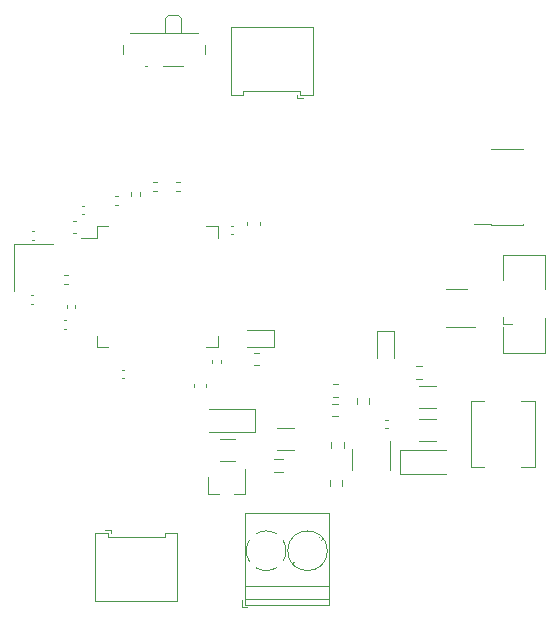
<source format=gbr>
%TF.GenerationSoftware,KiCad,Pcbnew,(5.1.10-1-10_14)*%
%TF.CreationDate,2022-04-25T19:01:15+02:00*%
%TF.ProjectId,STM32_USB_BuckConvertor,53544d33-325f-4555-9342-5f4275636b43,rev?*%
%TF.SameCoordinates,Original*%
%TF.FileFunction,Legend,Top*%
%TF.FilePolarity,Positive*%
%FSLAX46Y46*%
G04 Gerber Fmt 4.6, Leading zero omitted, Abs format (unit mm)*
G04 Created by KiCad (PCBNEW (5.1.10-1-10_14)) date 2022-04-25 19:01:15*
%MOMM*%
%LPD*%
G01*
G04 APERTURE LIST*
%ADD10C,0.120000*%
G04 APERTURE END LIST*
D10*
%TO.C,U1*%
X70460000Y-45970000D02*
X72910000Y-45970000D01*
X72260000Y-42750000D02*
X70460000Y-42750000D01*
%TO.C,U2*%
X40915000Y-38440000D02*
X39575000Y-38440000D01*
X40915000Y-37490000D02*
X40915000Y-38440000D01*
X41865000Y-37490000D02*
X40915000Y-37490000D01*
X51135000Y-37490000D02*
X51135000Y-38440000D01*
X50185000Y-37490000D02*
X51135000Y-37490000D01*
X40915000Y-47710000D02*
X40915000Y-46760000D01*
X41865000Y-47710000D02*
X40915000Y-47710000D01*
X51135000Y-47710000D02*
X51135000Y-46760000D01*
X50185000Y-47710000D02*
X51135000Y-47710000D01*
%TO.C,C1*%
X56158748Y-56380000D02*
X57581252Y-56380000D01*
X56158748Y-54560000D02*
X57581252Y-54560000D01*
%TO.C,C2*%
X69631252Y-53820000D02*
X68208748Y-53820000D01*
X69631252Y-55640000D02*
X68208748Y-55640000D01*
%TO.C,C3*%
X69631252Y-51020000D02*
X68208748Y-51020000D01*
X69631252Y-52840000D02*
X68208748Y-52840000D01*
%TO.C,C4*%
X65527836Y-53870000D02*
X65312164Y-53870000D01*
X65527836Y-54590000D02*
X65312164Y-54590000D01*
%TO.C,C5*%
X39165580Y-36990000D02*
X38884420Y-36990000D01*
X39165580Y-38010000D02*
X38884420Y-38010000D01*
%TO.C,C6*%
X39832836Y-35740000D02*
X39617164Y-35740000D01*
X39832836Y-36460000D02*
X39617164Y-36460000D01*
%TO.C,C7*%
X43232836Y-49640000D02*
X43017164Y-49640000D01*
X43232836Y-50360000D02*
X43017164Y-50360000D01*
%TO.C,C8*%
X50690000Y-48842164D02*
X50690000Y-49057836D01*
X51410000Y-48842164D02*
X51410000Y-49057836D01*
%TO.C,C9*%
X52242164Y-38160000D02*
X52457836Y-38160000D01*
X52242164Y-37440000D02*
X52457836Y-37440000D01*
%TO.C,C10*%
X42482164Y-35650000D02*
X42697836Y-35650000D01*
X42482164Y-34930000D02*
X42697836Y-34930000D01*
%TO.C,C11*%
X39090000Y-44397836D02*
X39090000Y-44182164D01*
X38370000Y-44397836D02*
X38370000Y-44182164D01*
%TO.C,C12*%
X38332836Y-45440000D02*
X38117164Y-45440000D01*
X38332836Y-46160000D02*
X38117164Y-46160000D01*
%TO.C,C13*%
X49160000Y-50809420D02*
X49160000Y-51090580D01*
X50180000Y-50809420D02*
X50180000Y-51090580D01*
%TO.C,C14*%
X54685000Y-37390580D02*
X54685000Y-37109420D01*
X53665000Y-37390580D02*
X53665000Y-37109420D01*
%TO.C,C15*%
X35412164Y-38610000D02*
X35627836Y-38610000D01*
X35412164Y-37890000D02*
X35627836Y-37890000D01*
%TO.C,C16*%
X35547836Y-43320000D02*
X35332164Y-43320000D01*
X35547836Y-44040000D02*
X35332164Y-44040000D01*
%TO.C,D1*%
X54270000Y-54910000D02*
X50370000Y-54910000D01*
X54270000Y-52910000D02*
X50370000Y-52910000D01*
X54270000Y-54910000D02*
X54270000Y-52910000D01*
%TO.C,D2*%
X66540000Y-56410000D02*
X70440000Y-56410000D01*
X66540000Y-58410000D02*
X70440000Y-58410000D01*
X66540000Y-56410000D02*
X66540000Y-58410000D01*
%TO.C,D3*%
X55910000Y-46265000D02*
X53625000Y-46265000D01*
X55910000Y-47735000D02*
X55910000Y-46265000D01*
X53625000Y-47735000D02*
X55910000Y-47735000D01*
%TO.C,D4*%
X64615000Y-46315000D02*
X64615000Y-48600000D01*
X66085000Y-46315000D02*
X64615000Y-46315000D01*
X66085000Y-48600000D02*
X66085000Y-46315000D01*
%TO.C,F1*%
X52572064Y-55520000D02*
X51367936Y-55520000D01*
X52572064Y-57340000D02*
X51367936Y-57340000D01*
%TO.C,FB1*%
X56699622Y-57140000D02*
X55900378Y-57140000D01*
X56699622Y-58260000D02*
X55900378Y-58260000D01*
%TO.C,IC1*%
X65740000Y-58140000D02*
X65740000Y-55690000D01*
X62520000Y-56340000D02*
X62520000Y-58140000D01*
%TO.C,J1*%
X53200000Y-69750000D02*
X53600000Y-69750000D01*
X53200000Y-69110000D02*
X53200000Y-69750000D01*
X57605000Y-65891000D02*
X57476000Y-66019000D01*
X59820000Y-63675000D02*
X59726000Y-63769000D01*
X57775000Y-66131000D02*
X57681000Y-66224000D01*
X60025000Y-63881000D02*
X59896000Y-64009000D01*
X60560000Y-61790000D02*
X60560000Y-69510000D01*
X53440000Y-61790000D02*
X53440000Y-69510000D01*
X53440000Y-69510000D02*
X60560000Y-69510000D01*
X53440000Y-61790000D02*
X60560000Y-61790000D01*
X53440000Y-67950000D02*
X60560000Y-67950000D01*
X53440000Y-69050000D02*
X60560000Y-69050000D01*
X60430000Y-64950000D02*
G75*
G03*
X60430000Y-64950000I-1680000J0D01*
G01*
X55278674Y-66630099D02*
G75*
G02*
X54384000Y-66390000I-28674J1680099D01*
G01*
X53824642Y-65839894D02*
G75*
G02*
X53810000Y-64084000I1425358J889894D01*
G01*
X54360106Y-63524642D02*
G75*
G02*
X56116000Y-63510000I889894J-1425358D01*
G01*
X56675505Y-64059807D02*
G75*
G02*
X56675000Y-65841000I-1425505J-890193D01*
G01*
X56140264Y-66374721D02*
G75*
G02*
X55250000Y-66630000I-890264J1424721D01*
G01*
%TO.C,J2*%
X52240000Y-20630000D02*
X55725000Y-20630000D01*
X52240000Y-26350000D02*
X52240000Y-20630000D01*
X53310000Y-26350000D02*
X52240000Y-26350000D01*
X53310000Y-26050000D02*
X53310000Y-26350000D01*
X55725000Y-26050000D02*
X53310000Y-26050000D01*
X59210000Y-20630000D02*
X55725000Y-20630000D01*
X59210000Y-26350000D02*
X59210000Y-20630000D01*
X58140000Y-26350000D02*
X59210000Y-26350000D01*
X58140000Y-26050000D02*
X58140000Y-26350000D01*
X55725000Y-26050000D02*
X58140000Y-26050000D01*
X57850000Y-26640000D02*
X58350000Y-26640000D01*
X57850000Y-26340000D02*
X57850000Y-26640000D01*
%TO.C,J3*%
X47735000Y-69185000D02*
X44250000Y-69185000D01*
X47735000Y-63465000D02*
X47735000Y-69185000D01*
X46665000Y-63465000D02*
X47735000Y-63465000D01*
X46665000Y-63765000D02*
X46665000Y-63465000D01*
X44250000Y-63765000D02*
X46665000Y-63765000D01*
X40765000Y-69185000D02*
X44250000Y-69185000D01*
X40765000Y-63465000D02*
X40765000Y-69185000D01*
X41835000Y-63465000D02*
X40765000Y-63465000D01*
X41835000Y-63765000D02*
X41835000Y-63465000D01*
X44250000Y-63765000D02*
X41835000Y-63765000D01*
X42125000Y-63175000D02*
X41625000Y-63175000D01*
X42125000Y-63475000D02*
X42125000Y-63175000D01*
%TO.C,J4*%
X74310000Y-37315000D02*
X72850000Y-37315000D01*
X76970000Y-30965000D02*
X76970000Y-30905000D01*
X76970000Y-37375000D02*
X76970000Y-37315000D01*
X76970000Y-30905000D02*
X74310000Y-30905000D01*
X74310000Y-30965000D02*
X74310000Y-30905000D01*
X74310000Y-37375000D02*
X74310000Y-37315000D01*
X76970000Y-37375000D02*
X74310000Y-37375000D01*
%TO.C,J5*%
X75275000Y-42030000D02*
X75275000Y-39880000D01*
X78825000Y-39880000D02*
X78825000Y-42780000D01*
X75275000Y-48180000D02*
X78825000Y-48180000D01*
X78825000Y-48180000D02*
X78825000Y-45280000D01*
X75275000Y-39880000D02*
X78825000Y-39880000D01*
X75275000Y-46030000D02*
X75275000Y-48180000D01*
X75275000Y-45730000D02*
X75275000Y-45130000D01*
X76025000Y-45730000D02*
X75275000Y-45730000D01*
%TO.C,L1*%
X77970000Y-52300000D02*
X76820000Y-52300000D01*
X72570000Y-52300000D02*
X73720000Y-52300000D01*
X77970000Y-57900000D02*
X76820000Y-57900000D01*
X72570000Y-57900000D02*
X73720000Y-57900000D01*
X77970000Y-57900000D02*
X77970000Y-52300000D01*
X72570000Y-57900000D02*
X72570000Y-52300000D01*
%TO.C,Q1*%
X50320000Y-60160000D02*
X50320000Y-58700000D01*
X53480000Y-60160000D02*
X53480000Y-58000000D01*
X53480000Y-60160000D02*
X52550000Y-60160000D01*
X50320000Y-60160000D02*
X51250000Y-60160000D01*
%TO.C,R1*%
X61702500Y-59427258D02*
X61702500Y-58952742D01*
X60657500Y-59427258D02*
X60657500Y-58952742D01*
%TO.C,R2*%
X60757500Y-55782742D02*
X60757500Y-56257258D01*
X61802500Y-55782742D02*
X61802500Y-56257258D01*
%TO.C,R3*%
X63997500Y-52487258D02*
X63997500Y-52012742D01*
X62952500Y-52487258D02*
X62952500Y-52012742D01*
%TO.C,R4*%
X60862742Y-53547500D02*
X61337258Y-53547500D01*
X60862742Y-52502500D02*
X61337258Y-52502500D01*
%TO.C,R5*%
X61362258Y-50852500D02*
X60887742Y-50852500D01*
X61362258Y-51897500D02*
X60887742Y-51897500D01*
%TO.C,R6*%
X44530000Y-34923641D02*
X44530000Y-34616359D01*
X43770000Y-34923641D02*
X43770000Y-34616359D01*
%TO.C,R7*%
X38453641Y-41595000D02*
X38146359Y-41595000D01*
X38453641Y-42355000D02*
X38146359Y-42355000D01*
%TO.C,R8*%
X54662258Y-48177500D02*
X54187742Y-48177500D01*
X54662258Y-49222500D02*
X54187742Y-49222500D01*
%TO.C,R9*%
X47953641Y-33710000D02*
X47646359Y-33710000D01*
X47953641Y-34470000D02*
X47646359Y-34470000D01*
%TO.C,R10*%
X45666359Y-34460000D02*
X45973641Y-34460000D01*
X45666359Y-33700000D02*
X45973641Y-33700000D01*
%TO.C,R11*%
X67972742Y-50382500D02*
X68447258Y-50382500D01*
X67972742Y-49337500D02*
X68447258Y-49337500D01*
%TO.C,SW1*%
X43150000Y-22110000D02*
X43150000Y-22900000D01*
X50050000Y-22900000D02*
X50050000Y-22110000D01*
X48200000Y-23950000D02*
X46500000Y-23950000D01*
X49450000Y-21100000D02*
X43750000Y-21100000D01*
X46700000Y-19810000D02*
X46700000Y-21100000D01*
X47800000Y-19600000D02*
X46900000Y-19600000D01*
X48000000Y-21100000D02*
X48000000Y-19810000D01*
X46700000Y-19810000D02*
X46900000Y-19600000D01*
X48000000Y-19810000D02*
X47800000Y-19600000D01*
X45200000Y-23950000D02*
X45000000Y-23950000D01*
%TO.C,Y1*%
X33900000Y-38990000D02*
X33900000Y-42990000D01*
X37200000Y-38990000D02*
X33900000Y-38990000D01*
%TD*%
M02*

</source>
